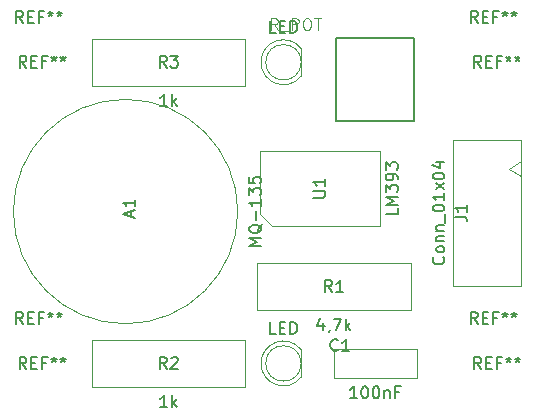
<source format=gbr>
G04 #@! TF.GenerationSoftware,KiCad,Pcbnew,5.1.10-88a1d61d58~90~ubuntu20.04.1*
G04 #@! TF.CreationDate,2022-01-16T12:27:32+00:00*
G04 #@! TF.ProjectId,gas_sensor,6761735f-7365-46e7-936f-722e6b696361,rev?*
G04 #@! TF.SameCoordinates,Original*
G04 #@! TF.FileFunction,Other,Fab,Top*
%FSLAX46Y46*%
G04 Gerber Fmt 4.6, Leading zero omitted, Abs format (unit mm)*
G04 Created by KiCad (PCBNEW 5.1.10-88a1d61d58~90~ubuntu20.04.1) date 2022-01-16 12:27:32*
%MOMM*%
%LPD*%
G01*
G04 APERTURE LIST*
%ADD10C,0.100000*%
%ADD11C,0.127000*%
%ADD12C,0.150000*%
%ADD13C,0.015000*%
G04 APERTURE END LIST*
D10*
X144360000Y-103140000D02*
G75*
G03*
X144360000Y-103140000I-9500000J0D01*
G01*
X146230000Y-103365000D02*
X146230000Y-98015000D01*
X146230000Y-98015000D02*
X156390000Y-98015000D01*
X156390000Y-98015000D02*
X156390000Y-104365000D01*
X156390000Y-104365000D02*
X147230000Y-104365000D01*
X147230000Y-104365000D02*
X146230000Y-103365000D01*
D11*
X159300000Y-88470000D02*
X159300000Y-95470000D01*
X152700000Y-88470000D02*
X159300000Y-88470000D01*
X152700000Y-95470000D02*
X152700000Y-88470000D01*
X159300000Y-95470000D02*
X152700000Y-95470000D01*
D10*
X145000000Y-88500000D02*
X132000000Y-88500000D01*
X145000000Y-92500000D02*
X145000000Y-88500000D01*
X132000000Y-92500000D02*
X145000000Y-92500000D01*
X132000000Y-88500000D02*
X132000000Y-92500000D01*
X132000000Y-114000000D02*
X132000000Y-118000000D01*
X132000000Y-118000000D02*
X145000000Y-118000000D01*
X145000000Y-118000000D02*
X145000000Y-114000000D01*
X145000000Y-114000000D02*
X132000000Y-114000000D01*
X159000000Y-107500000D02*
X146000000Y-107500000D01*
X159000000Y-111500000D02*
X159000000Y-107500000D01*
X146000000Y-111500000D02*
X159000000Y-111500000D01*
X146000000Y-107500000D02*
X146000000Y-111500000D01*
X168350000Y-97050000D02*
X162600000Y-97050000D01*
X162600000Y-97050000D02*
X162600000Y-109450000D01*
X162600000Y-109450000D02*
X168350000Y-109450000D01*
X168350000Y-109450000D02*
X168350000Y-97050000D01*
X168350000Y-98875000D02*
X167350000Y-99500000D01*
X167350000Y-99500000D02*
X168350000Y-100125000D01*
X149730000Y-91666190D02*
X149730000Y-89333810D01*
X149730000Y-90500000D02*
G75*
G03*
X149730000Y-90500000I-1500000J0D01*
G01*
X149730555Y-89334524D02*
G75*
G03*
X149730000Y-91666190I-1500555J-1165476D01*
G01*
X149730000Y-116000000D02*
G75*
G03*
X149730000Y-116000000I-1500000J0D01*
G01*
X149730000Y-117166190D02*
X149730000Y-114833810D01*
X149730555Y-114834524D02*
G75*
G03*
X149730000Y-117166190I-1500555J-1165476D01*
G01*
X152500000Y-114750000D02*
X152500000Y-117250000D01*
X152500000Y-117250000D02*
X159500000Y-117250000D01*
X159500000Y-117250000D02*
X159500000Y-114750000D01*
X159500000Y-114750000D02*
X152500000Y-114750000D01*
D12*
X164666666Y-87152380D02*
X164333333Y-86676190D01*
X164095238Y-87152380D02*
X164095238Y-86152380D01*
X164476190Y-86152380D01*
X164571428Y-86200000D01*
X164619047Y-86247619D01*
X164666666Y-86342857D01*
X164666666Y-86485714D01*
X164619047Y-86580952D01*
X164571428Y-86628571D01*
X164476190Y-86676190D01*
X164095238Y-86676190D01*
X165095238Y-86628571D02*
X165428571Y-86628571D01*
X165571428Y-87152380D02*
X165095238Y-87152380D01*
X165095238Y-86152380D01*
X165571428Y-86152380D01*
X166333333Y-86628571D02*
X166000000Y-86628571D01*
X166000000Y-87152380D02*
X166000000Y-86152380D01*
X166476190Y-86152380D01*
X167000000Y-86152380D02*
X167000000Y-86390476D01*
X166761904Y-86295238D02*
X167000000Y-86390476D01*
X167238095Y-86295238D01*
X166857142Y-86580952D02*
X167000000Y-86390476D01*
X167142857Y-86580952D01*
X167761904Y-86152380D02*
X167761904Y-86390476D01*
X167523809Y-86295238D02*
X167761904Y-86390476D01*
X168000000Y-86295238D01*
X167619047Y-86580952D02*
X167761904Y-86390476D01*
X167904761Y-86580952D01*
X164966666Y-90952380D02*
X164633333Y-90476190D01*
X164395238Y-90952380D02*
X164395238Y-89952380D01*
X164776190Y-89952380D01*
X164871428Y-90000000D01*
X164919047Y-90047619D01*
X164966666Y-90142857D01*
X164966666Y-90285714D01*
X164919047Y-90380952D01*
X164871428Y-90428571D01*
X164776190Y-90476190D01*
X164395238Y-90476190D01*
X165395238Y-90428571D02*
X165728571Y-90428571D01*
X165871428Y-90952380D02*
X165395238Y-90952380D01*
X165395238Y-89952380D01*
X165871428Y-89952380D01*
X166633333Y-90428571D02*
X166300000Y-90428571D01*
X166300000Y-90952380D02*
X166300000Y-89952380D01*
X166776190Y-89952380D01*
X167300000Y-89952380D02*
X167300000Y-90190476D01*
X167061904Y-90095238D02*
X167300000Y-90190476D01*
X167538095Y-90095238D01*
X167157142Y-90380952D02*
X167300000Y-90190476D01*
X167442857Y-90380952D01*
X168061904Y-89952380D02*
X168061904Y-90190476D01*
X167823809Y-90095238D02*
X168061904Y-90190476D01*
X168300000Y-90095238D01*
X167919047Y-90380952D02*
X168061904Y-90190476D01*
X168204761Y-90380952D01*
X164666666Y-112652380D02*
X164333333Y-112176190D01*
X164095238Y-112652380D02*
X164095238Y-111652380D01*
X164476190Y-111652380D01*
X164571428Y-111700000D01*
X164619047Y-111747619D01*
X164666666Y-111842857D01*
X164666666Y-111985714D01*
X164619047Y-112080952D01*
X164571428Y-112128571D01*
X164476190Y-112176190D01*
X164095238Y-112176190D01*
X165095238Y-112128571D02*
X165428571Y-112128571D01*
X165571428Y-112652380D02*
X165095238Y-112652380D01*
X165095238Y-111652380D01*
X165571428Y-111652380D01*
X166333333Y-112128571D02*
X166000000Y-112128571D01*
X166000000Y-112652380D02*
X166000000Y-111652380D01*
X166476190Y-111652380D01*
X167000000Y-111652380D02*
X167000000Y-111890476D01*
X166761904Y-111795238D02*
X167000000Y-111890476D01*
X167238095Y-111795238D01*
X166857142Y-112080952D02*
X167000000Y-111890476D01*
X167142857Y-112080952D01*
X167761904Y-111652380D02*
X167761904Y-111890476D01*
X167523809Y-111795238D02*
X167761904Y-111890476D01*
X168000000Y-111795238D01*
X167619047Y-112080952D02*
X167761904Y-111890476D01*
X167904761Y-112080952D01*
X164966666Y-116452380D02*
X164633333Y-115976190D01*
X164395238Y-116452380D02*
X164395238Y-115452380D01*
X164776190Y-115452380D01*
X164871428Y-115500000D01*
X164919047Y-115547619D01*
X164966666Y-115642857D01*
X164966666Y-115785714D01*
X164919047Y-115880952D01*
X164871428Y-115928571D01*
X164776190Y-115976190D01*
X164395238Y-115976190D01*
X165395238Y-115928571D02*
X165728571Y-115928571D01*
X165871428Y-116452380D02*
X165395238Y-116452380D01*
X165395238Y-115452380D01*
X165871428Y-115452380D01*
X166633333Y-115928571D02*
X166300000Y-115928571D01*
X166300000Y-116452380D02*
X166300000Y-115452380D01*
X166776190Y-115452380D01*
X167300000Y-115452380D02*
X167300000Y-115690476D01*
X167061904Y-115595238D02*
X167300000Y-115690476D01*
X167538095Y-115595238D01*
X167157142Y-115880952D02*
X167300000Y-115690476D01*
X167442857Y-115880952D01*
X168061904Y-115452380D02*
X168061904Y-115690476D01*
X167823809Y-115595238D02*
X168061904Y-115690476D01*
X168300000Y-115595238D01*
X167919047Y-115880952D02*
X168061904Y-115690476D01*
X168204761Y-115880952D01*
X126166666Y-87152380D02*
X125833333Y-86676190D01*
X125595238Y-87152380D02*
X125595238Y-86152380D01*
X125976190Y-86152380D01*
X126071428Y-86200000D01*
X126119047Y-86247619D01*
X126166666Y-86342857D01*
X126166666Y-86485714D01*
X126119047Y-86580952D01*
X126071428Y-86628571D01*
X125976190Y-86676190D01*
X125595238Y-86676190D01*
X126595238Y-86628571D02*
X126928571Y-86628571D01*
X127071428Y-87152380D02*
X126595238Y-87152380D01*
X126595238Y-86152380D01*
X127071428Y-86152380D01*
X127833333Y-86628571D02*
X127500000Y-86628571D01*
X127500000Y-87152380D02*
X127500000Y-86152380D01*
X127976190Y-86152380D01*
X128500000Y-86152380D02*
X128500000Y-86390476D01*
X128261904Y-86295238D02*
X128500000Y-86390476D01*
X128738095Y-86295238D01*
X128357142Y-86580952D02*
X128500000Y-86390476D01*
X128642857Y-86580952D01*
X129261904Y-86152380D02*
X129261904Y-86390476D01*
X129023809Y-86295238D02*
X129261904Y-86390476D01*
X129500000Y-86295238D01*
X129119047Y-86580952D02*
X129261904Y-86390476D01*
X129404761Y-86580952D01*
X126466666Y-90952380D02*
X126133333Y-90476190D01*
X125895238Y-90952380D02*
X125895238Y-89952380D01*
X126276190Y-89952380D01*
X126371428Y-90000000D01*
X126419047Y-90047619D01*
X126466666Y-90142857D01*
X126466666Y-90285714D01*
X126419047Y-90380952D01*
X126371428Y-90428571D01*
X126276190Y-90476190D01*
X125895238Y-90476190D01*
X126895238Y-90428571D02*
X127228571Y-90428571D01*
X127371428Y-90952380D02*
X126895238Y-90952380D01*
X126895238Y-89952380D01*
X127371428Y-89952380D01*
X128133333Y-90428571D02*
X127800000Y-90428571D01*
X127800000Y-90952380D02*
X127800000Y-89952380D01*
X128276190Y-89952380D01*
X128800000Y-89952380D02*
X128800000Y-90190476D01*
X128561904Y-90095238D02*
X128800000Y-90190476D01*
X129038095Y-90095238D01*
X128657142Y-90380952D02*
X128800000Y-90190476D01*
X128942857Y-90380952D01*
X129561904Y-89952380D02*
X129561904Y-90190476D01*
X129323809Y-90095238D02*
X129561904Y-90190476D01*
X129800000Y-90095238D01*
X129419047Y-90380952D02*
X129561904Y-90190476D01*
X129704761Y-90380952D01*
X126166666Y-112652380D02*
X125833333Y-112176190D01*
X125595238Y-112652380D02*
X125595238Y-111652380D01*
X125976190Y-111652380D01*
X126071428Y-111700000D01*
X126119047Y-111747619D01*
X126166666Y-111842857D01*
X126166666Y-111985714D01*
X126119047Y-112080952D01*
X126071428Y-112128571D01*
X125976190Y-112176190D01*
X125595238Y-112176190D01*
X126595238Y-112128571D02*
X126928571Y-112128571D01*
X127071428Y-112652380D02*
X126595238Y-112652380D01*
X126595238Y-111652380D01*
X127071428Y-111652380D01*
X127833333Y-112128571D02*
X127500000Y-112128571D01*
X127500000Y-112652380D02*
X127500000Y-111652380D01*
X127976190Y-111652380D01*
X128500000Y-111652380D02*
X128500000Y-111890476D01*
X128261904Y-111795238D02*
X128500000Y-111890476D01*
X128738095Y-111795238D01*
X128357142Y-112080952D02*
X128500000Y-111890476D01*
X128642857Y-112080952D01*
X129261904Y-111652380D02*
X129261904Y-111890476D01*
X129023809Y-111795238D02*
X129261904Y-111890476D01*
X129500000Y-111795238D01*
X129119047Y-112080952D02*
X129261904Y-111890476D01*
X129404761Y-112080952D01*
X126466666Y-116452380D02*
X126133333Y-115976190D01*
X125895238Y-116452380D02*
X125895238Y-115452380D01*
X126276190Y-115452380D01*
X126371428Y-115500000D01*
X126419047Y-115547619D01*
X126466666Y-115642857D01*
X126466666Y-115785714D01*
X126419047Y-115880952D01*
X126371428Y-115928571D01*
X126276190Y-115976190D01*
X125895238Y-115976190D01*
X126895238Y-115928571D02*
X127228571Y-115928571D01*
X127371428Y-116452380D02*
X126895238Y-116452380D01*
X126895238Y-115452380D01*
X127371428Y-115452380D01*
X128133333Y-115928571D02*
X127800000Y-115928571D01*
X127800000Y-116452380D02*
X127800000Y-115452380D01*
X128276190Y-115452380D01*
X128800000Y-115452380D02*
X128800000Y-115690476D01*
X128561904Y-115595238D02*
X128800000Y-115690476D01*
X129038095Y-115595238D01*
X128657142Y-115880952D02*
X128800000Y-115690476D01*
X128942857Y-115880952D01*
X129561904Y-115452380D02*
X129561904Y-115690476D01*
X129323809Y-115595238D02*
X129561904Y-115690476D01*
X129800000Y-115595238D01*
X129419047Y-115880952D02*
X129561904Y-115690476D01*
X129704761Y-115880952D01*
X146312380Y-106044761D02*
X145312380Y-106044761D01*
X146026666Y-105711428D01*
X145312380Y-105378095D01*
X146312380Y-105378095D01*
X146407619Y-104235238D02*
X146360000Y-104330476D01*
X146264761Y-104425714D01*
X146121904Y-104568571D01*
X146074285Y-104663809D01*
X146074285Y-104759047D01*
X146312380Y-104711428D02*
X146264761Y-104806666D01*
X146169523Y-104901904D01*
X145979047Y-104949523D01*
X145645714Y-104949523D01*
X145455238Y-104901904D01*
X145360000Y-104806666D01*
X145312380Y-104711428D01*
X145312380Y-104520952D01*
X145360000Y-104425714D01*
X145455238Y-104330476D01*
X145645714Y-104282857D01*
X145979047Y-104282857D01*
X146169523Y-104330476D01*
X146264761Y-104425714D01*
X146312380Y-104520952D01*
X146312380Y-104711428D01*
X145931428Y-103854285D02*
X145931428Y-103092380D01*
X146312380Y-102092380D02*
X146312380Y-102663809D01*
X146312380Y-102378095D02*
X145312380Y-102378095D01*
X145455238Y-102473333D01*
X145550476Y-102568571D01*
X145598095Y-102663809D01*
X145312380Y-101759047D02*
X145312380Y-101140000D01*
X145693333Y-101473333D01*
X145693333Y-101330476D01*
X145740952Y-101235238D01*
X145788571Y-101187619D01*
X145883809Y-101140000D01*
X146121904Y-101140000D01*
X146217142Y-101187619D01*
X146264761Y-101235238D01*
X146312380Y-101330476D01*
X146312380Y-101616190D01*
X146264761Y-101711428D01*
X146217142Y-101759047D01*
X145312380Y-100235238D02*
X145312380Y-100711428D01*
X145788571Y-100759047D01*
X145740952Y-100711428D01*
X145693333Y-100616190D01*
X145693333Y-100378095D01*
X145740952Y-100282857D01*
X145788571Y-100235238D01*
X145883809Y-100187619D01*
X146121904Y-100187619D01*
X146217142Y-100235238D01*
X146264761Y-100282857D01*
X146312380Y-100378095D01*
X146312380Y-100616190D01*
X146264761Y-100711428D01*
X146217142Y-100759047D01*
X135346666Y-103564285D02*
X135346666Y-103088095D01*
X135632380Y-103659523D02*
X134632380Y-103326190D01*
X135632380Y-102992857D01*
X135632380Y-102135714D02*
X135632380Y-102707142D01*
X135632380Y-102421428D02*
X134632380Y-102421428D01*
X134775238Y-102516666D01*
X134870476Y-102611904D01*
X134918095Y-102707142D01*
X157902380Y-102880476D02*
X157902380Y-103356666D01*
X156902380Y-103356666D01*
X157902380Y-102547142D02*
X156902380Y-102547142D01*
X157616666Y-102213809D01*
X156902380Y-101880476D01*
X157902380Y-101880476D01*
X156902380Y-101499523D02*
X156902380Y-100880476D01*
X157283333Y-101213809D01*
X157283333Y-101070952D01*
X157330952Y-100975714D01*
X157378571Y-100928095D01*
X157473809Y-100880476D01*
X157711904Y-100880476D01*
X157807142Y-100928095D01*
X157854761Y-100975714D01*
X157902380Y-101070952D01*
X157902380Y-101356666D01*
X157854761Y-101451904D01*
X157807142Y-101499523D01*
X157902380Y-100404285D02*
X157902380Y-100213809D01*
X157854761Y-100118571D01*
X157807142Y-100070952D01*
X157664285Y-99975714D01*
X157473809Y-99928095D01*
X157092857Y-99928095D01*
X156997619Y-99975714D01*
X156950000Y-100023333D01*
X156902380Y-100118571D01*
X156902380Y-100309047D01*
X156950000Y-100404285D01*
X156997619Y-100451904D01*
X157092857Y-100499523D01*
X157330952Y-100499523D01*
X157426190Y-100451904D01*
X157473809Y-100404285D01*
X157521428Y-100309047D01*
X157521428Y-100118571D01*
X157473809Y-100023333D01*
X157426190Y-99975714D01*
X157330952Y-99928095D01*
X156902380Y-99594761D02*
X156902380Y-98975714D01*
X157283333Y-99309047D01*
X157283333Y-99166190D01*
X157330952Y-99070952D01*
X157378571Y-99023333D01*
X157473809Y-98975714D01*
X157711904Y-98975714D01*
X157807142Y-99023333D01*
X157854761Y-99070952D01*
X157902380Y-99166190D01*
X157902380Y-99451904D01*
X157854761Y-99547142D01*
X157807142Y-99594761D01*
X150762380Y-101951904D02*
X151571904Y-101951904D01*
X151667142Y-101904285D01*
X151714761Y-101856666D01*
X151762380Y-101761428D01*
X151762380Y-101570952D01*
X151714761Y-101475714D01*
X151667142Y-101428095D01*
X151571904Y-101380476D01*
X150762380Y-101380476D01*
X151762380Y-100380476D02*
X151762380Y-100951904D01*
X151762380Y-100666190D02*
X150762380Y-100666190D01*
X150905238Y-100761428D01*
X151000476Y-100856666D01*
X151048095Y-100951904D01*
D13*
X147743375Y-87777813D02*
X147409244Y-87300483D01*
X147170578Y-87777813D02*
X147170578Y-86775419D01*
X147552443Y-86775419D01*
X147647909Y-86823153D01*
X147695642Y-86870886D01*
X147743375Y-86966352D01*
X147743375Y-87109551D01*
X147695642Y-87205017D01*
X147647909Y-87252750D01*
X147552443Y-87300483D01*
X147170578Y-87300483D01*
X147934307Y-87873280D02*
X148698036Y-87873280D01*
X148936701Y-87777813D02*
X148936701Y-86775419D01*
X149318566Y-86775419D01*
X149414032Y-86823153D01*
X149461765Y-86870886D01*
X149509498Y-86966352D01*
X149509498Y-87109551D01*
X149461765Y-87205017D01*
X149414032Y-87252750D01*
X149318566Y-87300483D01*
X148936701Y-87300483D01*
X150130027Y-86775419D02*
X150320960Y-86775419D01*
X150416426Y-86823153D01*
X150511892Y-86918619D01*
X150559625Y-87109551D01*
X150559625Y-87443682D01*
X150511892Y-87634614D01*
X150416426Y-87730080D01*
X150320960Y-87777813D01*
X150130027Y-87777813D01*
X150034561Y-87730080D01*
X149939095Y-87634614D01*
X149891362Y-87443682D01*
X149891362Y-87109551D01*
X149939095Y-86918619D01*
X150034561Y-86823153D01*
X150130027Y-86775419D01*
X150846023Y-86775419D02*
X151418820Y-86775419D01*
X151132421Y-87777813D02*
X151132421Y-86775419D01*
D12*
X138380952Y-94202380D02*
X137809523Y-94202380D01*
X138095238Y-94202380D02*
X138095238Y-93202380D01*
X138000000Y-93345238D01*
X137904761Y-93440476D01*
X137809523Y-93488095D01*
X138809523Y-94202380D02*
X138809523Y-93202380D01*
X138904761Y-93821428D02*
X139190476Y-94202380D01*
X139190476Y-93535714D02*
X138809523Y-93916666D01*
X138333333Y-90952380D02*
X138000000Y-90476190D01*
X137761904Y-90952380D02*
X137761904Y-89952380D01*
X138142857Y-89952380D01*
X138238095Y-90000000D01*
X138285714Y-90047619D01*
X138333333Y-90142857D01*
X138333333Y-90285714D01*
X138285714Y-90380952D01*
X138238095Y-90428571D01*
X138142857Y-90476190D01*
X137761904Y-90476190D01*
X138666666Y-89952380D02*
X139285714Y-89952380D01*
X138952380Y-90333333D01*
X139095238Y-90333333D01*
X139190476Y-90380952D01*
X139238095Y-90428571D01*
X139285714Y-90523809D01*
X139285714Y-90761904D01*
X139238095Y-90857142D01*
X139190476Y-90904761D01*
X139095238Y-90952380D01*
X138809523Y-90952380D01*
X138714285Y-90904761D01*
X138666666Y-90857142D01*
X138380952Y-119702380D02*
X137809523Y-119702380D01*
X138095238Y-119702380D02*
X138095238Y-118702380D01*
X138000000Y-118845238D01*
X137904761Y-118940476D01*
X137809523Y-118988095D01*
X138809523Y-119702380D02*
X138809523Y-118702380D01*
X138904761Y-119321428D02*
X139190476Y-119702380D01*
X139190476Y-119035714D02*
X138809523Y-119416666D01*
X138333333Y-116452380D02*
X138000000Y-115976190D01*
X137761904Y-116452380D02*
X137761904Y-115452380D01*
X138142857Y-115452380D01*
X138238095Y-115500000D01*
X138285714Y-115547619D01*
X138333333Y-115642857D01*
X138333333Y-115785714D01*
X138285714Y-115880952D01*
X138238095Y-115928571D01*
X138142857Y-115976190D01*
X137761904Y-115976190D01*
X138714285Y-115547619D02*
X138761904Y-115500000D01*
X138857142Y-115452380D01*
X139095238Y-115452380D01*
X139190476Y-115500000D01*
X139238095Y-115547619D01*
X139285714Y-115642857D01*
X139285714Y-115738095D01*
X139238095Y-115880952D01*
X138666666Y-116452380D01*
X139285714Y-116452380D01*
X151571428Y-112535714D02*
X151571428Y-113202380D01*
X151333333Y-112154761D02*
X151095238Y-112869047D01*
X151714285Y-112869047D01*
X152142857Y-113154761D02*
X152142857Y-113202380D01*
X152095238Y-113297619D01*
X152047619Y-113345238D01*
X152476190Y-112202380D02*
X153142857Y-112202380D01*
X152714285Y-113202380D01*
X153523809Y-113202380D02*
X153523809Y-112202380D01*
X153619047Y-112821428D02*
X153904761Y-113202380D01*
X153904761Y-112535714D02*
X153523809Y-112916666D01*
X152333333Y-109952380D02*
X152000000Y-109476190D01*
X151761904Y-109952380D02*
X151761904Y-108952380D01*
X152142857Y-108952380D01*
X152238095Y-109000000D01*
X152285714Y-109047619D01*
X152333333Y-109142857D01*
X152333333Y-109285714D01*
X152285714Y-109380952D01*
X152238095Y-109428571D01*
X152142857Y-109476190D01*
X151761904Y-109476190D01*
X153285714Y-109952380D02*
X152714285Y-109952380D01*
X153000000Y-109952380D02*
X153000000Y-108952380D01*
X152904761Y-109095238D01*
X152809523Y-109190476D01*
X152714285Y-109238095D01*
X161757142Y-106988095D02*
X161804761Y-107035714D01*
X161852380Y-107178571D01*
X161852380Y-107273809D01*
X161804761Y-107416666D01*
X161709523Y-107511904D01*
X161614285Y-107559523D01*
X161423809Y-107607142D01*
X161280952Y-107607142D01*
X161090476Y-107559523D01*
X160995238Y-107511904D01*
X160900000Y-107416666D01*
X160852380Y-107273809D01*
X160852380Y-107178571D01*
X160900000Y-107035714D01*
X160947619Y-106988095D01*
X161852380Y-106416666D02*
X161804761Y-106511904D01*
X161757142Y-106559523D01*
X161661904Y-106607142D01*
X161376190Y-106607142D01*
X161280952Y-106559523D01*
X161233333Y-106511904D01*
X161185714Y-106416666D01*
X161185714Y-106273809D01*
X161233333Y-106178571D01*
X161280952Y-106130952D01*
X161376190Y-106083333D01*
X161661904Y-106083333D01*
X161757142Y-106130952D01*
X161804761Y-106178571D01*
X161852380Y-106273809D01*
X161852380Y-106416666D01*
X161185714Y-105654761D02*
X161852380Y-105654761D01*
X161280952Y-105654761D02*
X161233333Y-105607142D01*
X161185714Y-105511904D01*
X161185714Y-105369047D01*
X161233333Y-105273809D01*
X161328571Y-105226190D01*
X161852380Y-105226190D01*
X161185714Y-104750000D02*
X161852380Y-104750000D01*
X161280952Y-104750000D02*
X161233333Y-104702380D01*
X161185714Y-104607142D01*
X161185714Y-104464285D01*
X161233333Y-104369047D01*
X161328571Y-104321428D01*
X161852380Y-104321428D01*
X161947619Y-104083333D02*
X161947619Y-103321428D01*
X160852380Y-102892857D02*
X160852380Y-102797619D01*
X160900000Y-102702380D01*
X160947619Y-102654761D01*
X161042857Y-102607142D01*
X161233333Y-102559523D01*
X161471428Y-102559523D01*
X161661904Y-102607142D01*
X161757142Y-102654761D01*
X161804761Y-102702380D01*
X161852380Y-102797619D01*
X161852380Y-102892857D01*
X161804761Y-102988095D01*
X161757142Y-103035714D01*
X161661904Y-103083333D01*
X161471428Y-103130952D01*
X161233333Y-103130952D01*
X161042857Y-103083333D01*
X160947619Y-103035714D01*
X160900000Y-102988095D01*
X160852380Y-102892857D01*
X161852380Y-101607142D02*
X161852380Y-102178571D01*
X161852380Y-101892857D02*
X160852380Y-101892857D01*
X160995238Y-101988095D01*
X161090476Y-102083333D01*
X161138095Y-102178571D01*
X161852380Y-101273809D02*
X161185714Y-100750000D01*
X161185714Y-101273809D02*
X161852380Y-100750000D01*
X160852380Y-100178571D02*
X160852380Y-100083333D01*
X160900000Y-99988095D01*
X160947619Y-99940476D01*
X161042857Y-99892857D01*
X161233333Y-99845238D01*
X161471428Y-99845238D01*
X161661904Y-99892857D01*
X161757142Y-99940476D01*
X161804761Y-99988095D01*
X161852380Y-100083333D01*
X161852380Y-100178571D01*
X161804761Y-100273809D01*
X161757142Y-100321428D01*
X161661904Y-100369047D01*
X161471428Y-100416666D01*
X161233333Y-100416666D01*
X161042857Y-100369047D01*
X160947619Y-100321428D01*
X160900000Y-100273809D01*
X160852380Y-100178571D01*
X161185714Y-98988095D02*
X161852380Y-98988095D01*
X160804761Y-99226190D02*
X161519047Y-99464285D01*
X161519047Y-98845238D01*
X162752380Y-103583333D02*
X163466666Y-103583333D01*
X163609523Y-103630952D01*
X163704761Y-103726190D01*
X163752380Y-103869047D01*
X163752380Y-103964285D01*
X163752380Y-102583333D02*
X163752380Y-103154761D01*
X163752380Y-102869047D02*
X162752380Y-102869047D01*
X162895238Y-102964285D01*
X162990476Y-103059523D01*
X163038095Y-103154761D01*
X147587142Y-87992380D02*
X147110952Y-87992380D01*
X147110952Y-86992380D01*
X147920476Y-87468571D02*
X148253809Y-87468571D01*
X148396666Y-87992380D02*
X147920476Y-87992380D01*
X147920476Y-86992380D01*
X148396666Y-86992380D01*
X148825238Y-87992380D02*
X148825238Y-86992380D01*
X149063333Y-86992380D01*
X149206190Y-87040000D01*
X149301428Y-87135238D01*
X149349047Y-87230476D01*
X149396666Y-87420952D01*
X149396666Y-87563809D01*
X149349047Y-87754285D01*
X149301428Y-87849523D01*
X149206190Y-87944761D01*
X149063333Y-87992380D01*
X148825238Y-87992380D01*
X147587142Y-113492380D02*
X147110952Y-113492380D01*
X147110952Y-112492380D01*
X147920476Y-112968571D02*
X148253809Y-112968571D01*
X148396666Y-113492380D02*
X147920476Y-113492380D01*
X147920476Y-112492380D01*
X148396666Y-112492380D01*
X148825238Y-113492380D02*
X148825238Y-112492380D01*
X149063333Y-112492380D01*
X149206190Y-112540000D01*
X149301428Y-112635238D01*
X149349047Y-112730476D01*
X149396666Y-112920952D01*
X149396666Y-113063809D01*
X149349047Y-113254285D01*
X149301428Y-113349523D01*
X149206190Y-113444761D01*
X149063333Y-113492380D01*
X148825238Y-113492380D01*
X154452380Y-118952380D02*
X153880952Y-118952380D01*
X154166666Y-118952380D02*
X154166666Y-117952380D01*
X154071428Y-118095238D01*
X153976190Y-118190476D01*
X153880952Y-118238095D01*
X155071428Y-117952380D02*
X155166666Y-117952380D01*
X155261904Y-118000000D01*
X155309523Y-118047619D01*
X155357142Y-118142857D01*
X155404761Y-118333333D01*
X155404761Y-118571428D01*
X155357142Y-118761904D01*
X155309523Y-118857142D01*
X155261904Y-118904761D01*
X155166666Y-118952380D01*
X155071428Y-118952380D01*
X154976190Y-118904761D01*
X154928571Y-118857142D01*
X154880952Y-118761904D01*
X154833333Y-118571428D01*
X154833333Y-118333333D01*
X154880952Y-118142857D01*
X154928571Y-118047619D01*
X154976190Y-118000000D01*
X155071428Y-117952380D01*
X156023809Y-117952380D02*
X156119047Y-117952380D01*
X156214285Y-118000000D01*
X156261904Y-118047619D01*
X156309523Y-118142857D01*
X156357142Y-118333333D01*
X156357142Y-118571428D01*
X156309523Y-118761904D01*
X156261904Y-118857142D01*
X156214285Y-118904761D01*
X156119047Y-118952380D01*
X156023809Y-118952380D01*
X155928571Y-118904761D01*
X155880952Y-118857142D01*
X155833333Y-118761904D01*
X155785714Y-118571428D01*
X155785714Y-118333333D01*
X155833333Y-118142857D01*
X155880952Y-118047619D01*
X155928571Y-118000000D01*
X156023809Y-117952380D01*
X156785714Y-118285714D02*
X156785714Y-118952380D01*
X156785714Y-118380952D02*
X156833333Y-118333333D01*
X156928571Y-118285714D01*
X157071428Y-118285714D01*
X157166666Y-118333333D01*
X157214285Y-118428571D01*
X157214285Y-118952380D01*
X158023809Y-118428571D02*
X157690476Y-118428571D01*
X157690476Y-118952380D02*
X157690476Y-117952380D01*
X158166666Y-117952380D01*
X152833333Y-114857142D02*
X152785714Y-114904761D01*
X152642857Y-114952380D01*
X152547619Y-114952380D01*
X152404761Y-114904761D01*
X152309523Y-114809523D01*
X152261904Y-114714285D01*
X152214285Y-114523809D01*
X152214285Y-114380952D01*
X152261904Y-114190476D01*
X152309523Y-114095238D01*
X152404761Y-114000000D01*
X152547619Y-113952380D01*
X152642857Y-113952380D01*
X152785714Y-114000000D01*
X152833333Y-114047619D01*
X153785714Y-114952380D02*
X153214285Y-114952380D01*
X153500000Y-114952380D02*
X153500000Y-113952380D01*
X153404761Y-114095238D01*
X153309523Y-114190476D01*
X153214285Y-114238095D01*
M02*

</source>
